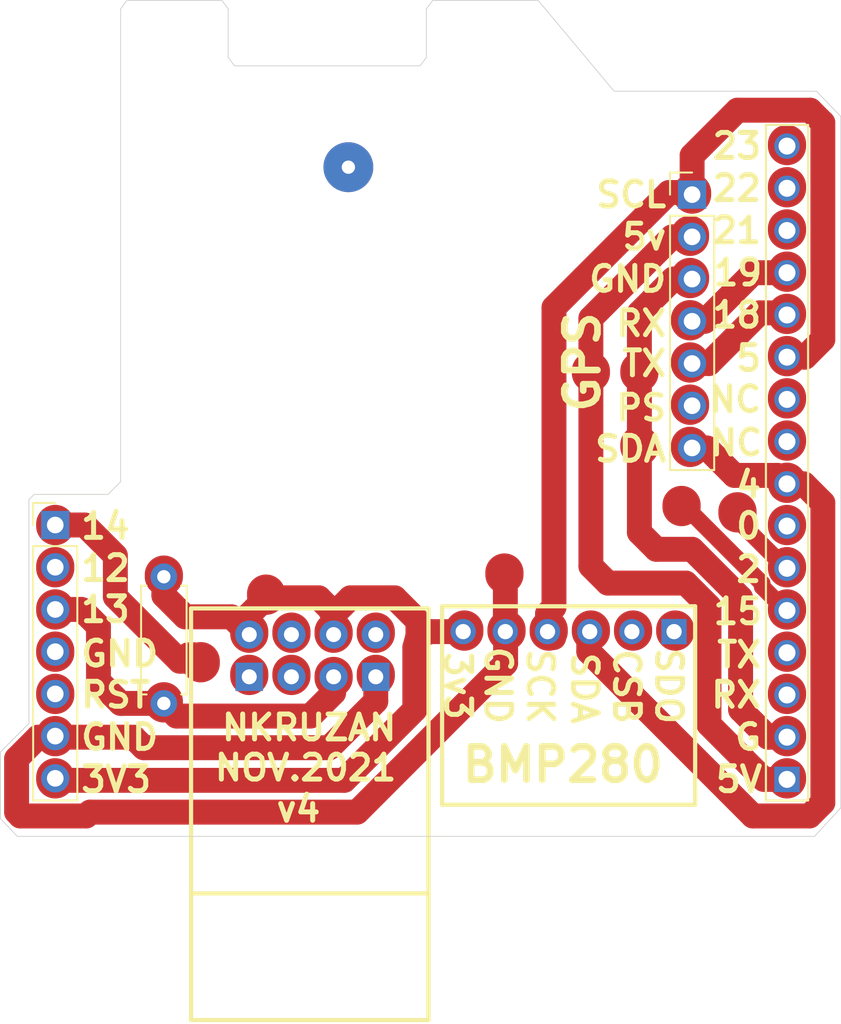
<source format=kicad_pcb>
(kicad_pcb (version 20171130) (host pcbnew 5.1.5+dfsg1-2build2)

  (general
    (thickness 1.6)
    (drawings 70)
    (tracks 167)
    (zones 0)
    (modules 6)
    (nets 1)
  )

  (page A4)
  (layers
    (0 F.Cu signal)
    (31 B.Cu signal)
    (32 B.Adhes user)
    (33 F.Adhes user)
    (34 B.Paste user)
    (35 F.Paste user)
    (36 B.SilkS user)
    (37 F.SilkS user)
    (38 B.Mask user)
    (39 F.Mask user)
    (40 Dwgs.User user)
    (41 Cmts.User user)
    (42 Eco1.User user)
    (43 Eco2.User user)
    (44 Edge.Cuts user)
    (45 Margin user)
    (46 B.CrtYd user)
    (47 F.CrtYd user)
    (48 B.Fab user)
    (49 F.Fab user)
  )

  (setup
    (last_trace_width 0.25)
    (trace_clearance 0.2)
    (zone_clearance 0.508)
    (zone_45_only no)
    (trace_min 0.2)
    (via_size 0.8)
    (via_drill 0.4)
    (via_min_size 0.4)
    (via_min_drill 0.3)
    (uvia_size 0.3)
    (uvia_drill 0.1)
    (uvias_allowed no)
    (uvia_min_size 0.2)
    (uvia_min_drill 0.1)
    (edge_width 0.05)
    (segment_width 0.2)
    (pcb_text_width 0.3)
    (pcb_text_size 1.5 1.5)
    (mod_edge_width 0.12)
    (mod_text_size 1 1)
    (mod_text_width 0.15)
    (pad_size 1.524 1.524)
    (pad_drill 0.762)
    (pad_to_mask_clearance 0.051)
    (solder_mask_min_width 0.25)
    (aux_axis_origin 0 0)
    (visible_elements FFFFFF7F)
    (pcbplotparams
      (layerselection 0x010fc_ffffffff)
      (usegerberextensions false)
      (usegerberattributes false)
      (usegerberadvancedattributes false)
      (creategerberjobfile false)
      (excludeedgelayer true)
      (linewidth 1.000000)
      (plotframeref false)
      (viasonmask false)
      (mode 1)
      (useauxorigin false)
      (hpglpennumber 1)
      (hpglpenspeed 20)
      (hpglpendiameter 15.000000)
      (psnegative false)
      (psa4output false)
      (plotreference true)
      (plotvalue true)
      (plotinvisibletext false)
      (padsonsilk false)
      (subtractmaskfromsilk false)
      (outputformat 1)
      (mirror false)
      (drillshape 1)
      (scaleselection 1)
      (outputdirectory ""))
  )

  (net 0 "")

  (net_class Default "This is the default net class."
    (clearance 0.2)
    (trace_width 0.25)
    (via_dia 0.8)
    (via_drill 0.4)
    (uvia_dia 0.3)
    (uvia_drill 0.1)
  )

  (module Resistor_THT:R_Axial_DIN0207_L6.3mm_D2.5mm_P7.62mm_Horizontal (layer F.Cu) (tedit 5AE5139B) (tstamp 624B79D7)
    (at 29.5275 53.848 270)
    (descr "Resistor, Axial_DIN0207 series, Axial, Horizontal, pin pitch=7.62mm, 0.25W = 1/4W, length*diameter=6.3*2.5mm^2, http://cdn-reichelt.de/documents/datenblatt/B400/1_4W%23YAG.pdf")
    (tags "Resistor Axial_DIN0207 series Axial Horizontal pin pitch 7.62mm 0.25W = 1/4W length 6.3mm diameter 2.5mm")
    (fp_text reference REF** (at 3.81 -2.37 90) (layer F.SilkS) hide
      (effects (font (size 1 1) (thickness 0.15)))
    )
    (fp_text value R_Axial_DIN0207_L6.3mm_D2.5mm_P7.62mm_Horizontal (at 3.81 2.37 90) (layer F.Fab) hide
      (effects (font (size 1 1) (thickness 0.15)))
    )
    (fp_line (start 0.66 -1.25) (end 0.66 1.25) (layer F.Fab) (width 0.1))
    (fp_line (start 0.66 1.25) (end 6.96 1.25) (layer F.Fab) (width 0.1))
    (fp_line (start 6.96 1.25) (end 6.96 -1.25) (layer F.Fab) (width 0.1))
    (fp_line (start 6.96 -1.25) (end 0.66 -1.25) (layer F.Fab) (width 0.1))
    (fp_line (start 0 0) (end 0.66 0) (layer F.Fab) (width 0.1))
    (fp_line (start 7.62 0) (end 6.96 0) (layer F.Fab) (width 0.1))
    (fp_line (start 0.54 -1.04) (end 0.54 -1.37) (layer F.SilkS) (width 0.12))
    (fp_line (start 0.54 -1.37) (end 7.08 -1.37) (layer F.SilkS) (width 0.12))
    (fp_line (start 7.08 -1.37) (end 7.08 -1.04) (layer F.SilkS) (width 0.12))
    (fp_line (start 0.54 1.04) (end 0.54 1.37) (layer F.SilkS) (width 0.12))
    (fp_line (start 0.54 1.37) (end 7.08 1.37) (layer F.SilkS) (width 0.12))
    (fp_line (start 7.08 1.37) (end 7.08 1.04) (layer F.SilkS) (width 0.12))
    (fp_line (start -1.05 -1.5) (end -1.05 1.5) (layer F.CrtYd) (width 0.05))
    (fp_line (start -1.05 1.5) (end 8.67 1.5) (layer F.CrtYd) (width 0.05))
    (fp_line (start 8.67 1.5) (end 8.67 -1.5) (layer F.CrtYd) (width 0.05))
    (fp_line (start 8.67 -1.5) (end -1.05 -1.5) (layer F.CrtYd) (width 0.05))
    (fp_text user %R (at 3.81 0 90) (layer F.Fab) hide
      (effects (font (size 1 1) (thickness 0.15)))
    )
    (pad 1 thru_hole circle (at 0 0 270) (size 1.6 1.6) (drill 0.8) (layers *.Cu *.Mask))
    (pad 2 thru_hole oval (at 7.62 0 270) (size 1.6 1.6) (drill 0.8) (layers *.Cu *.Mask))
    (model ${KISYS3DMOD}/Resistor_THT.3dshapes/R_Axial_DIN0207_L6.3mm_D2.5mm_P7.62mm_Horizontal.wrl
      (at (xyz 0 0 0))
      (scale (xyz 1 1 1))
      (rotate (xyz 0 0 0))
    )
  )

  (module easyeda:BMP280 (layer F.Cu) (tedit 618742C0) (tstamp 624B79C9)
    (at 53.721 61.468 270)
    (fp_text reference U2 (at 0 -8.128 90) (layer B.SilkS) hide
      (effects (font (size 1.143 1.143) (thickness 0.152)) (justify right mirror))
    )
    (fp_text value "lato\ninferiore" (at 3.048 6.167) (layer B.SilkS) hide
      (effects (font (size 1 1) (thickness 0.13)) (justify left mirror))
    )
    (fp_text user gge3186 (at 0 0 270) (layer Cmts.User) hide
      (effects (font (size 1 1) (thickness 0.15)))
    )
    (fp_line (start -5.842 7.437) (end -5.842 -7.803) (layer F.SilkS) (width 0.254))
    (fp_line (start 6.096 7.437) (end -5.842 7.437) (layer F.SilkS) (width 0.254))
    (fp_line (start 6.096 -7.803) (end 6.096 7.437) (layer F.SilkS) (width 0.254))
    (fp_line (start -5.842 -7.803) (end 6.096 -7.803) (layer F.SilkS) (width 0.254))
    (pad 6 thru_hole circle (at -4.318 6.167 270) (size 1.524 1.524) (drill 0.914) (layers *.Cu *.Paste *.Mask))
    (pad 5 thru_hole circle (at -4.318 3.627) (size 1.524 1.524) (drill 0.914) (layers *.Cu *.Paste *.Mask))
    (pad 4 thru_hole circle (at -4.318 1.087) (size 1.524 1.524) (drill 0.914) (layers *.Cu *.Paste *.Mask))
    (pad 3 thru_hole circle (at -4.318 -1.453) (size 1.524 1.524) (drill 0.914) (layers *.Cu *.Paste *.Mask))
    (pad 2 thru_hole circle (at -4.318 -3.993) (size 1.524 1.524) (drill 0.914) (layers *.Cu *.Paste *.Mask))
    (pad 1 thru_hole rect (at -4.318 -6.533) (size 1.524 1.524) (drill 0.914) (layers *.Cu *.Paste *.Mask))
  )

  (module Connector_PinHeader_2.54mm:PinHeader_1x07_P2.54mm_Vertical (layer F.Cu) (tedit 59FED5CC) (tstamp 624B7984)
    (at 61.341 30.861)
    (descr "Through hole straight pin header, 1x07, 2.54mm pitch, single row")
    (tags "Through hole pin header THT 1x07 2.54mm single row")
    (fp_text reference REF** (at 0 -2.33) (layer F.SilkS) hide
      (effects (font (size 1 1) (thickness 0.15)))
    )
    (fp_text value PinHeader_1x07_P2.54mm_Vertical (at 0 17.57) (layer F.Fab) hide
      (effects (font (size 1 1) (thickness 0.15)))
    )
    (fp_line (start -0.635 -1.27) (end 1.27 -1.27) (layer F.Fab) (width 0.1))
    (fp_line (start 1.27 -1.27) (end 1.27 16.51) (layer F.Fab) (width 0.1))
    (fp_line (start 1.27 16.51) (end -1.27 16.51) (layer F.Fab) (width 0.1))
    (fp_line (start -1.27 16.51) (end -1.27 -0.635) (layer F.Fab) (width 0.1))
    (fp_line (start -1.27 -0.635) (end -0.635 -1.27) (layer F.Fab) (width 0.1))
    (fp_line (start -1.33 16.57) (end 1.33 16.57) (layer F.SilkS) (width 0.12))
    (fp_line (start -1.33 1.27) (end -1.33 16.57) (layer F.SilkS) (width 0.12))
    (fp_line (start 1.33 1.27) (end 1.33 16.57) (layer F.SilkS) (width 0.12))
    (fp_line (start -1.33 1.27) (end 1.33 1.27) (layer F.SilkS) (width 0.12))
    (fp_line (start -1.33 0) (end -1.33 -1.33) (layer F.SilkS) (width 0.12))
    (fp_line (start -1.33 -1.33) (end 0 -1.33) (layer F.SilkS) (width 0.12))
    (fp_line (start -1.8 -1.8) (end -1.8 17.05) (layer F.CrtYd) (width 0.05))
    (fp_line (start -1.8 17.05) (end 1.8 17.05) (layer F.CrtYd) (width 0.05))
    (fp_line (start 1.8 17.05) (end 1.8 -1.8) (layer F.CrtYd) (width 0.05))
    (fp_line (start 1.8 -1.8) (end -1.8 -1.8) (layer F.CrtYd) (width 0.05))
    (fp_text user %R (at 0 7.62 90) (layer F.Fab) hide
      (effects (font (size 1 1) (thickness 0.15)))
    )
    (pad 1 thru_hole rect (at 0 0) (size 1.7 1.7) (drill 1) (layers *.Cu *.Mask))
    (pad 2 thru_hole oval (at 0 2.54) (size 1.7 1.7) (drill 1) (layers *.Cu *.Mask))
    (pad 3 thru_hole oval (at 0 5.08) (size 1.7 1.7) (drill 1) (layers *.Cu *.Mask))
    (pad 4 thru_hole oval (at 0 7.62) (size 1.7 1.7) (drill 1) (layers *.Cu *.Mask))
    (pad 5 thru_hole oval (at 0 10.16) (size 1.7 1.7) (drill 1) (layers *.Cu *.Mask))
    (pad 6 thru_hole oval (at 0 12.7) (size 1.7 1.7) (drill 1) (layers *.Cu *.Mask))
    (pad 7 thru_hole oval (at 0 15.24) (size 1.7 1.7) (drill 1) (layers *.Cu *.Mask))
    (model ${KISYS3DMOD}/Connector_PinHeader_2.54mm.3dshapes/PinHeader_1x07_P2.54mm_Vertical.wrl
      (at (xyz 0 0 0))
      (scale (xyz 1 1 1))
      (rotate (xyz 0 0 0))
    )
  )

  (module "easyeda:ESP8266 (ESP01)" (layer F.Cu) (tedit 61874A7D) (tstamp 624B7962)
    (at 45.466 80.518 180)
    (fp_text reference U2 (at 6.985 -0.305) (layer F.SilkS) hide
      (effects (font (size 1.143 1.143) (thickness 0.152)) (justify right))
    )
    (fp_text value "ESP8266 (ESP01)" (at 6.985 -2.083) (layer F.Fab) hide
      (effects (font (size 1.143 1.143) (thickness 0.152)) (justify right))
    )
    (fp_text user gge5851 (at 0 0) (layer Cmts.User) hide
      (effects (font (size 1 1) (thickness 0.15)))
    )
    (fp_line (start 0 7.62) (end 14.3 7.62) (layer F.SilkS) (width 0.254))
    (fp_line (start 14.3 0) (end 0 0) (layer F.SilkS) (width 0.254))
    (fp_line (start 14.3 7.62) (end 14.3 0) (layer F.SilkS) (width 0.254))
    (fp_line (start 14.3 24.765) (end 14.3 7.62) (layer F.SilkS) (width 0.254))
    (fp_line (start 0 24.765) (end 14.3 24.765) (layer F.SilkS) (width 0.254))
    (fp_line (start 0 7.62) (end 0 24.765) (layer F.SilkS) (width 0.254))
    (fp_line (start 0 0) (end 0 7.62) (layer F.SilkS) (width 0.254))
    (pad VCC thru_hole circle (at 10.795 23.19 90) (size 1.7 1.7) (drill 0.9) (layers *.Cu *.Paste *.Mask))
    (pad TX thru_hole circle (at 3.175 23.19 90) (size 1.7 1.7) (drill 0.9) (layers *.Cu *.Paste *.Mask))
    (pad CH_PD thru_hole circle (at 5.715 23.19 90) (size 1.7 1.7) (drill 0.9) (layers *.Cu *.Paste *.Mask))
    (pad RST thru_hole circle (at 8.255 23.19 90) (size 1.7 1.7) (drill 0.9) (layers *.Cu *.Paste *.Mask))
    (pad GPIO0 thru_hole circle (at 8.255 20.65 90) (size 1.7 1.7) (drill 0.9) (layers *.Cu *.Paste *.Mask))
    (pad GPIO2 thru_hole circle (at 5.715 20.65 90) (size 1.7 1.7) (drill 0.9) (layers *.Cu *.Paste *.Mask))
    (pad RX thru_hole rect (at 10.795 20.65 90) (size 1.7 1.651) (drill 0.9) (layers *.Cu *.Paste *.Mask))
    (pad GND thru_hole rect (at 3.175 20.65 90) (size 1.7 1.651) (drill 0.9) (layers *.Cu *.Paste *.Mask))
  )

  (module Connector_PinHeader_2.54mm:PinHeader_1x07_P2.54mm_Vertical (layer F.Cu) (tedit 59FED5CC) (tstamp 624B7919)
    (at 22.987 50.7365)
    (descr "Through hole straight pin header, 1x07, 2.54mm pitch, single row")
    (tags "Through hole pin header THT 1x07 2.54mm single row")
    (fp_text reference REF** (at 0 -2.33) (layer F.SilkS) hide
      (effects (font (size 1 1) (thickness 0.15)))
    )
    (fp_text value PinHeader_1x07_P2.54mm_Vertical (at 0 17.57) (layer F.Fab) hide
      (effects (font (size 1 1) (thickness 0.15)))
    )
    (fp_line (start -0.635 -1.27) (end 1.27 -1.27) (layer F.Fab) (width 0.1))
    (fp_line (start 1.27 -1.27) (end 1.27 16.51) (layer F.Fab) (width 0.1))
    (fp_line (start 1.27 16.51) (end -1.27 16.51) (layer F.Fab) (width 0.1))
    (fp_line (start -1.27 16.51) (end -1.27 -0.635) (layer F.Fab) (width 0.1))
    (fp_line (start -1.27 -0.635) (end -0.635 -1.27) (layer F.Fab) (width 0.1))
    (fp_line (start -1.33 16.57) (end 1.33 16.57) (layer F.SilkS) (width 0.12))
    (fp_line (start -1.33 1.27) (end -1.33 16.57) (layer F.SilkS) (width 0.12))
    (fp_line (start 1.33 1.27) (end 1.33 16.57) (layer F.SilkS) (width 0.12))
    (fp_line (start -1.33 1.27) (end 1.33 1.27) (layer F.SilkS) (width 0.12))
    (fp_line (start -1.33 0) (end -1.33 -1.33) (layer F.SilkS) (width 0.12))
    (fp_line (start -1.33 -1.33) (end 0 -1.33) (layer F.SilkS) (width 0.12))
    (fp_line (start -1.8 -1.8) (end -1.8 17.05) (layer F.CrtYd) (width 0.05))
    (fp_line (start -1.8 17.05) (end 1.8 17.05) (layer F.CrtYd) (width 0.05))
    (fp_line (start 1.8 17.05) (end 1.8 -1.8) (layer F.CrtYd) (width 0.05))
    (fp_line (start 1.8 -1.8) (end -1.8 -1.8) (layer F.CrtYd) (width 0.05))
    (fp_text user %R (at 0 7.62 90) (layer F.Fab) hide
      (effects (font (size 1 1) (thickness 0.15)))
    )
    (pad 1 thru_hole rect (at 0 0) (size 1.7 1.7) (drill 1) (layers *.Cu *.Mask))
    (pad 2 thru_hole oval (at 0 2.54) (size 1.7 1.7) (drill 1) (layers *.Cu *.Mask))
    (pad 3 thru_hole oval (at 0 5.08) (size 1.7 1.7) (drill 1) (layers *.Cu *.Mask))
    (pad 4 thru_hole oval (at 0 7.62) (size 1.7 1.7) (drill 1) (layers *.Cu *.Mask))
    (pad 5 thru_hole oval (at 0 10.16) (size 1.7 1.7) (drill 1) (layers *.Cu *.Mask))
    (pad 6 thru_hole oval (at 0 12.7) (size 1.7 1.7) (drill 1) (layers *.Cu *.Mask))
    (pad 7 thru_hole oval (at 0 15.24) (size 1.7 1.7) (drill 1) (layers *.Cu *.Mask))
    (model ${KISYS3DMOD}/Connector_PinHeader_2.54mm.3dshapes/PinHeader_1x07_P2.54mm_Vertical.wrl
      (at (xyz 0 0 0))
      (scale (xyz 1 1 1))
      (rotate (xyz 0 0 0))
    )
  )

  (module "ESP32 IMU Module V1.1:DIP-1X16-2.54MM" (layer F.Cu) (tedit 0) (tstamp 624B78EC)
    (at 67.056 46.99 90)
    (fp_text reference J2 (at -19.290025 2.78) (layer F.SilkS) hide
      (effects (font (size 0.77216 0.77216) (thickness 0.061772)) (justify left bottom))
    )
    (fp_text value HEADER-1X16P-2.54 (at -20.32 5.08 90) (layer F.Fab) hide
      (effects (font (size 1.2065 1.2065) (thickness 0.09652)) (justify left bottom))
    )
    (fp_line (start 20.32 -1.27) (end -20.32 -1.27) (layer F.SilkS) (width 0.127))
    (fp_line (start 20.32 1.27) (end 20.32 -1.27) (layer F.SilkS) (width 0.127))
    (fp_line (start -20.32 1.27) (end 20.32 1.27) (layer F.SilkS) (width 0.127))
    (fp_line (start -20.32 -1.27) (end -20.32 1.27) (layer F.SilkS) (width 0.127))
    (pad 16 thru_hole circle (at 19.05 0 90) (size 1.53 1.53) (drill 1.02) (layers *.Cu *.Mask)
      (solder_mask_margin 0.1016))
    (pad 15 thru_hole circle (at 16.51 0 90) (size 1.53 1.53) (drill 1.02) (layers *.Cu *.Mask)
      (solder_mask_margin 0.1016))
    (pad 14 thru_hole circle (at 13.97 0 90) (size 1.53 1.53) (drill 1.02) (layers *.Cu *.Mask)
      (solder_mask_margin 0.1016))
    (pad 13 thru_hole circle (at 11.43 0 90) (size 1.53 1.53) (drill 1.02) (layers *.Cu *.Mask)
      (solder_mask_margin 0.1016))
    (pad 12 thru_hole circle (at 8.89 0 90) (size 1.53 1.53) (drill 1.02) (layers *.Cu *.Mask)
      (solder_mask_margin 0.1016))
    (pad 11 thru_hole circle (at 6.35 0 90) (size 1.53 1.53) (drill 1.02) (layers *.Cu *.Mask)
      (solder_mask_margin 0.1016))
    (pad 10 thru_hole circle (at 3.81 0 90) (size 1.53 1.53) (drill 1.02) (layers *.Cu *.Mask)
      (solder_mask_margin 0.1016))
    (pad 9 thru_hole circle (at 1.27 0 90) (size 1.53 1.53) (drill 1.02) (layers *.Cu *.Mask)
      (solder_mask_margin 0.1016))
    (pad 8 thru_hole circle (at -1.27 0 90) (size 1.53 1.53) (drill 1.02) (layers *.Cu *.Mask)
      (solder_mask_margin 0.1016))
    (pad 7 thru_hole circle (at -3.81 0 90) (size 1.53 1.53) (drill 1.02) (layers *.Cu *.Mask)
      (solder_mask_margin 0.1016))
    (pad 6 thru_hole circle (at -6.35 0 90) (size 1.53 1.53) (drill 1.02) (layers *.Cu *.Mask)
      (solder_mask_margin 0.1016))
    (pad 5 thru_hole circle (at -8.89 0 90) (size 1.53 1.53) (drill 1.02) (layers *.Cu *.Mask)
      (solder_mask_margin 0.1016))
    (pad 4 thru_hole circle (at -11.43 0 90) (size 1.53 1.53) (drill 1.02) (layers *.Cu *.Mask)
      (solder_mask_margin 0.1016))
    (pad 3 thru_hole circle (at -13.97 0 90) (size 1.53 1.53) (drill 1.02) (layers *.Cu *.Mask)
      (solder_mask_margin 0.1016))
    (pad 2 thru_hole circle (at -16.51 0 90) (size 1.53 1.53) (drill 1.02) (layers *.Cu *.Mask)
      (solder_mask_margin 0.1016))
    (pad 1 thru_hole rect (at -19.05 0 90) (size 1.53 1.53) (drill 1.02) (layers *.Cu *.Mask)
      (solder_mask_margin 0.1016))
  )

  (gr_line (start 51.689 51.689) (end 30.353 51.689) (layer Dwgs.User) (width 0.15) (tstamp 624B79C7))
  (gr_text 23 (at 65.659 27.94) (layer F.SilkS) (tstamp 624B79C0)
    (effects (font (size 1.5 1.5) (thickness 0.3)) (justify right))
  )
  (gr_text 22 (at 65.659 30.48) (layer F.SilkS) (tstamp 624B79BF)
    (effects (font (size 1.5 1.5) (thickness 0.3)) (justify right))
  )
  (gr_text 21 (at 65.659 33.02) (layer F.SilkS) (tstamp 624B79BE)
    (effects (font (size 1.5 1.5) (thickness 0.3)) (justify right))
  )
  (gr_text 19 (at 65.7225 35.56) (layer F.SilkS) (tstamp 624B79BD)
    (effects (font (size 1.5 1.5) (thickness 0.3)) (justify right))
  )
  (gr_text 18 (at 65.659 38.1) (layer F.SilkS) (tstamp 624B79BC)
    (effects (font (size 1.5 1.5) (thickness 0.3)) (justify right))
  )
  (gr_line (start 33.02 19.177) (end 27.305 19.177) (layer Edge.Cuts) (width 0.05) (tstamp 624B79BA))
  (gr_text 5 (at 65.659 40.7035) (layer F.SilkS) (tstamp 624B79B1)
    (effects (font (size 1.5 1.5) (thickness 0.3)) (justify right))
  )
  (gr_text NC (at 65.659 43.18) (layer F.SilkS) (tstamp 624B79B0)
    (effects (font (size 1.5 1.5) (thickness 0.3)) (justify right))
  )
  (gr_text NC (at 65.7225 45.7835) (layer F.SilkS) (tstamp 624B79AF)
    (effects (font (size 1.5 1.5) (thickness 0.3)) (justify right))
  )
  (gr_text 4 (at 65.659 48.3235) (layer F.SilkS) (tstamp 624B79AE)
    (effects (font (size 1.5 1.5) (thickness 0.3)) (justify right))
  )
  (gr_text 0 (at 65.659 50.8) (layer F.SilkS) (tstamp 624B79AD)
    (effects (font (size 1.5 1.5) (thickness 0.3)) (justify right))
  )
  (gr_text 2 (at 65.659 53.4035) (layer F.SilkS) (tstamp 624B79AC)
    (effects (font (size 1.5 1.5) (thickness 0.3)) (justify right))
  )
  (gr_text 15 (at 65.7225 55.9435) (layer F.SilkS) (tstamp 624B79AB)
    (effects (font (size 1.5 1.5) (thickness 0.3)) (justify right))
  )
  (gr_line (start 45.72 19.177) (end 45.339 19.685) (layer Edge.Cuts) (width 0.05) (tstamp 624B79A8))
  (gr_line (start 45.339 19.685) (end 45.339 22.606) (layer Edge.Cuts) (width 0.05) (tstamp 624B79A7))
  (gr_line (start 45.339 22.606) (end 44.958 23.114) (layer Edge.Cuts) (width 0.05) (tstamp 624B79A6))
  (gr_line (start 33.401 19.685) (end 33.401 22.606) (layer Edge.Cuts) (width 0.05) (tstamp 624B79A5))
  (gr_text RST (at 24.384 60.96) (layer F.SilkS) (tstamp 624B797B)
    (effects (font (size 1.5 1.5) (thickness 0.3)) (justify left))
  )
  (gr_text GND (at 24.384 63.5) (layer F.SilkS) (tstamp 624B797A)
    (effects (font (size 1.5 1.5) (thickness 0.3)) (justify left))
  )
  (gr_line (start 21.3995 62.6745) (end 21.3995 49.2125) (layer Edge.Cuts) (width 0.05) (tstamp 624B7978))
  (gr_line (start 19.685 64.389) (end 21.3995 62.6745) (layer Edge.Cuts) (width 0.05) (tstamp 624B7977))
  (gr_line (start 68.707 69.469) (end 20.701 69.469) (layer Edge.Cuts) (width 0.05) (tstamp 624B7976))
  (gr_line (start 19.685 68.3895) (end 19.685 64.389) (layer Edge.Cuts) (width 0.05) (tstamp 624B7975))
  (gr_line (start 33.782 23.114) (end 33.401 22.606) (layer Edge.Cuts) (width 0.05) (tstamp 624B7961))
  (gr_line (start 33.401 19.685) (end 33.02 19.177) (layer Edge.Cuts) (width 0.05) (tstamp 624B7960))
  (gr_text TX (at 65.659 58.547) (layer F.SilkS) (tstamp 624B7959)
    (effects (font (size 1.5 1.5) (thickness 0.3)) (justify right))
  )
  (gr_text RX (at 65.659 60.96) (layer F.SilkS) (tstamp 624B7958)
    (effects (font (size 1.5 1.5) (thickness 0.3)) (justify right))
  )
  (gr_text G (at 65.659 63.5) (layer F.SilkS) (tstamp 624B7957)
    (effects (font (size 1.5 1.5) (thickness 0.3)) (justify right))
  )
  (gr_text 5V (at 65.7225 66.04) (layer F.SilkS) (tstamp 624B7956)
    (effects (font (size 1.5 1.5) (thickness 0.3)) (justify right))
  )
  (gr_text 14 (at 24.384 50.8) (layer F.SilkS) (tstamp 624B7955)
    (effects (font (size 1.5 1.5) (thickness 0.3)) (justify left))
  )
  (gr_text 12 (at 24.384 53.34) (layer F.SilkS) (tstamp 624B7954)
    (effects (font (size 1.5 1.5) (thickness 0.3)) (justify left))
  )
  (gr_text 13 (at 24.384 55.8165) (layer F.SilkS) (tstamp 624B7953)
    (effects (font (size 1.5 1.5) (thickness 0.3)) (justify left))
  )
  (gr_line (start 26.924 48.133) (end 26.162 48.895) (layer Edge.Cuts) (width 0.05) (tstamp 624B794C))
  (gr_line (start 52.07 19.177) (end 45.72 19.177) (layer Edge.Cuts) (width 0.05) (tstamp 624B794B))
  (gr_line (start 56.642 24.638) (end 52.07 19.177) (layer Edge.Cuts) (width 0.05) (tstamp 624B794A))
  (gr_line (start 51.689 19.558) (end 51.689 51.689) (layer Dwgs.User) (width 0.15) (tstamp 624B7949))
  (gr_text GPS (at 54.737 37.719 90) (layer F.SilkS) (tstamp 624B7948)
    (effects (font (size 2 2) (thickness 0.4)) (justify right))
  )
  (gr_line (start 21.717 48.895) (end 26.162 48.895) (layer Edge.Cuts) (width 0.05) (tstamp 624B7947))
  (gr_line (start 21.3995 49.2125) (end 21.717 48.895) (layer Edge.Cuts) (width 0.05) (tstamp 624B7946))
  (gr_text PS (at 59.944 43.688) (layer F.SilkS) (tstamp 624B7945)
    (effects (font (size 1.5 1.5) (thickness 0.3)) (justify right))
  )
  (gr_line (start 70.2945 49.0855) (end 70.2945 26.162) (layer Edge.Cuts) (width 0.05) (tstamp 624B7944))
  (gr_text GND (at 24.384 58.4835) (layer F.SilkS) (tstamp 624B7941)
    (effects (font (size 1.5 1.5) (thickness 0.3)) (justify left))
  )
  (gr_text 3V3 (at 24.384 66.04) (layer F.SilkS) (tstamp 624B7940)
    (effects (font (size 1.5 1.5) (thickness 0.3)) (justify left))
  )
  (gr_line (start 44.958 23.114) (end 33.782 23.114) (layer Edge.Cuts) (width 0.05) (tstamp 624B7914))
  (gr_line (start 26.924 19.685) (end 26.924 48.133) (layer Edge.Cuts) (width 0.05) (tstamp 624B7913))
  (gr_line (start 27.305 19.558) (end 51.689 19.558) (layer Dwgs.User) (width 0.15) (tstamp 624B7912))
  (gr_line (start 27.305 48.641) (end 27.305 19.558) (layer Dwgs.User) (width 0.15) (tstamp 624B7911))
  (gr_line (start 30.353 51.689) (end 27.305 48.641) (layer Dwgs.User) (width 0.15) (tstamp 624B7910))
  (gr_line (start 70.2945 26.162) (end 68.834 24.638) (layer Edge.Cuts) (width 0.05) (tstamp 624B790F))
  (gr_line (start 68.834 24.638) (end 56.642 24.638) (layer Edge.Cuts) (width 0.05) (tstamp 624B790E))
  (gr_text v4 (at 39.116 67.818) (layer F.SilkS) (tstamp 624B790D)
    (effects (font (size 1.5 1.5) (thickness 0.3)) (justify right))
  )
  (gr_text "NKRUZAN\nNOV.2021" (at 43.688 64.135) (layer F.SilkS) (tstamp 624B790C)
    (effects (font (size 1.5 1.5) (thickness 0.3)) (justify right))
  )
  (gr_line (start 27.305 19.177) (end 26.924 19.685) (layer Edge.Cuts) (width 0.05) (tstamp 624B790B))
  (gr_text BMP280 (at 59.817 65.151) (layer F.SilkS) (tstamp 624B78A8)
    (effects (font (size 2 2) (thickness 0.4)) (justify right))
  )
  (gr_text SDA (at 54.864 62.865 -90) (layer F.SilkS) (tstamp 624B78A7)
    (effects (font (size 1.5 1.5) (thickness 0.3)) (justify right))
  )
  (gr_text CSB (at 57.404 62.865 -90) (layer F.SilkS) (tstamp 624B78A6)
    (effects (font (size 1.5 1.5) (thickness 0.3)) (justify right))
  )
  (gr_text 5v (at 59.944 33.401) (layer F.SilkS) (tstamp 624B78A5)
    (effects (font (size 1.5 1.5) (thickness 0.3)) (justify right))
  )
  (gr_text GND (at 59.944 35.941) (layer F.SilkS) (tstamp 624B78A4)
    (effects (font (size 1.5 1.5) (thickness 0.3)) (justify right))
  )
  (gr_text RX (at 59.944 38.608) (layer F.SilkS) (tstamp 624B78A3)
    (effects (font (size 1.5 1.5) (thickness 0.3)) (justify right))
  )
  (gr_text TX (at 59.944 41.021) (layer F.SilkS) (tstamp 624B78A2)
    (effects (font (size 1.5 1.5) (thickness 0.3)) (justify right))
  )
  (gr_text SCL (at 59.944 30.861) (layer F.SilkS) (tstamp 624B789F)
    (effects (font (size 1.5 1.5) (thickness 0.3)) (justify right))
  )
  (gr_text SDA (at 59.944 46.1645) (layer F.SilkS) (tstamp 624B789E)
    (effects (font (size 1.5 1.5) (thickness 0.3)) (justify right))
  )
  (gr_line (start 70.2945 67.7545) (end 68.707 69.469) (layer Edge.Cuts) (width 0.05) (tstamp 624B789D))
  (gr_line (start 20.701 69.469) (end 19.685 68.3895) (layer Edge.Cuts) (width 0.05) (tstamp 624B789C))
  (gr_line (start 70.2945 49.0855) (end 70.2945 67.7545) (layer Edge.Cuts) (width 0.05) (tstamp 624B789B))
  (gr_text SDO (at 59.944 62.865 -90) (layer F.SilkS) (tstamp 624B7898)
    (effects (font (size 1.5 1.5) (thickness 0.3)) (justify right))
  )
  (gr_text 3v3 (at 47.244 62.611 -90) (layer F.SilkS) (tstamp 624B7897)
    (effects (font (size 1.5 1.5) (thickness 0.3)) (justify right))
  )
  (gr_text GND (at 49.657 62.865 -90) (layer F.SilkS) (tstamp 624B7896)
    (effects (font (size 1.5 1.5) (thickness 0.3)) (justify right))
  )
  (gr_text SCK (at 52.197 62.865 -90) (layer F.SilkS) (tstamp 624B7895)
    (effects (font (size 1.5 1.5) (thickness 0.3)) (justify right))
  )

  (segment (start 44.831 56.515) (end 44.831 57.404) (width 1.5) (layer F.Cu) (net 0) (tstamp 624B7882))
  (segment (start 38.862 55.118) (end 39.624 55.88) (width 1.5) (layer F.Cu) (net 0) (tstamp 624B7883))
  (segment (start 39.751 57.15) (end 39.751 57.277) (width 2.3) (layer F.Cu) (net 0) (tstamp 624B7884))
  (segment (start 39.751 56.125919) (end 40.758919 55.118) (width 1.5) (layer F.Cu) (net 0) (tstamp 624B7885))
  (segment (start 53.0225 55.68387) (end 53.0225 37.6555) (width 1.5) (layer F.Cu) (net 0) (tstamp 624B7886))
  (segment (start 27.686 63.5) (end 28.321 64.135) (width 1.5) (layer F.Cu) (net 0) (tstamp 624B7887))
  (segment (start 39.497 64.135) (end 42.291 61.341) (width 1.5) (layer F.Cu) (net 0) (tstamp 624B7888))
  (segment (start 28.321 64.135) (end 39.497 64.135) (width 1.5) (layer F.Cu) (net 0) (tstamp 624B7889))
  (segment (start 43.434 55.118) (end 44.831 56.515) (width 1.5) (layer F.Cu) (net 0) (tstamp 624B788A))
  (segment (start 40.758919 55.118) (end 43.434 55.118) (width 1.5) (layer F.Cu) (net 0) (tstamp 624B788B))
  (segment (start 47.569 57.15) (end 45.593 57.15) (width 1.5) (layer F.Cu) (net 0) (tstamp 624B788C))
  (segment (start 45.593 57.15) (end 44.831 57.404) (width 1.5) (layer F.Cu) (net 0) (tstamp 624B788D))
  (segment (start 61.214 46.101) (end 62.23 46.101) (width 1.5) (layer F.Cu) (net 0) (tstamp 624B788E))
  (segment (start 67.056 58.293) (end 67.056 58.42) (width 2.3) (layer F.Cu) (net 0) (tstamp 624B788F))
  (segment (start 56.261 54.229) (end 60.96 54.229) (width 1.5) (layer F.Cu) (net 0) (tstamp 624B7890))
  (segment (start 67.056 32.893) (end 67.056 33.02) (width 2.3) (layer F.Cu) (net 0) (tstamp 624B7891))
  (segment (start 67.056 30.353) (end 67.056 30.48) (width 2.3) (layer F.Cu) (net 0) (tstamp 624B7892))
  (via (at 40.64 29.21) (size 3) (drill 0.8) (layers F.Cu B.Cu) (net 0) (tstamp 624B7893))
  (segment (start 67.056 55.753) (end 67.056 55.88) (width 2.3) (layer F.Cu) (net 0) (tstamp 624B7894))
  (segment (start 68.137873 40.64) (end 69.215 39.562873) (width 1.5) (layer F.Cu) (net 0) (tstamp 624B7899))
  (segment (start 69.215 26.543) (end 68.453 25.781) (width 1.5) (layer F.Cu) (net 0) (tstamp 624B789A))
  (segment (start 67.056 43.053) (end 67.056 43.18) (width 2.3) (layer F.Cu) (net 0) (tstamp 624B78A0))
  (segment (start 61.214 38.354) (end 61.214 38.481) (width 2.3) (layer F.Cu) (net 0) (tstamp 624B78A1))
  (segment (start 59.182 52.197) (end 61.341 52.197) (width 1.5) (layer F.Cu) (net 0) (tstamp 624B78A9))
  (segment (start 64.262 61.849) (end 65.913 63.5) (width 1.5) (layer F.Cu) (net 0) (tstamp 624B78AA))
  (segment (start 67.056 40.513) (end 67.056 40.64) (width 2.3) (layer F.Cu) (net 0) (tstamp 624B78AB))
  (segment (start 62.357 41.021) (end 65.405 37.973) (width 1.5) (layer F.Cu) (net 0) (tstamp 624B78AC))
  (segment (start 61.341 41.021) (end 62.357 41.021) (width 1.5) (layer F.Cu) (net 0) (tstamp 624B78AD))
  (segment (start 57.785 57.023) (end 57.785 57.15) (width 2.3) (layer F.Cu) (net 0) (tstamp 624B78AE))
  (segment (start 65.913 63.5) (end 66.987 63.5) (width 1.5) (layer F.Cu) (net 0) (tstamp 624B78AF))
  (segment (start 64.262 55.118) (end 64.262 61.849) (width 1.5) (layer F.Cu) (net 0) (tstamp 624B78B0))
  (segment (start 42.291 59.69) (end 42.291 59.817) (width 2.3) (layer F.Cu) (net 0) (tstamp 624B78B1))
  (segment (start 61.214 40.894) (end 61.214 41.021) (width 2.3) (layer F.Cu) (net 0) (tstamp 624B78B2))
  (segment (start 29.5275 61.468) (end 30.2895 62.23) (width 1.5) (layer F.Cu) (net 0) (tstamp 624B78B3))
  (segment (start 26.924 61.468) (end 29.5275 61.468) (width 1.5) (layer F.Cu) (net 0) (tstamp 624B78B4))
  (segment (start 25.5905 60.1345) (end 26.924 61.468) (width 1.5) (layer F.Cu) (net 0) (tstamp 624B78B5))
  (segment (start 67.056 50.673) (end 67.056 50.8) (width 2.3) (layer F.Cu) (net 0) (tstamp 624B78B6))
  (segment (start 61.341 52.197) (end 64.262 55.118) (width 1.5) (layer F.Cu) (net 0) (tstamp 624B78B7))
  (segment (start 58.166 37.973) (end 58.166 51.181) (width 1.5) (layer F.Cu) (net 0) (tstamp 624B78B8))
  (segment (start 60.198 35.941) (end 58.166 37.973) (width 1.5) (layer F.Cu) (net 0) (tstamp 624B78B9))
  (segment (start 61.214 43.434) (end 61.214 43.561) (width 2.3) (layer F.Cu) (net 0) (tstamp 624B78BA))
  (segment (start 26.6065 55.0545) (end 30.48 58.928) (width 1.5) (layer F.Cu) (net 0) (tstamp 624B78BB))
  (segment (start 26.6065 52.578) (end 26.6065 55.0545) (width 1.5) (layer F.Cu) (net 0) (tstamp 624B78BC))
  (segment (start 24.765 50.7365) (end 26.6065 52.578) (width 1.5) (layer F.Cu) (net 0) (tstamp 624B78BD))
  (segment (start 30.80913 56.261) (end 33.604 56.261) (width 1.5) (layer F.Cu) (net 0) (tstamp 624B78BE))
  (segment (start 29.5275 54.97937) (end 30.80913 56.261) (width 1.5) (layer F.Cu) (net 0) (tstamp 624B78BF))
  (segment (start 29.5275 53.848) (end 29.5275 54.97937) (width 1.5) (layer F.Cu) (net 0) (tstamp 624B78C0))
  (segment (start 39.751 60.833) (end 39.751 59.868) (width 1.5) (layer F.Cu) (net 0) (tstamp 624B78C1))
  (segment (start 59.944 30.734) (end 61.341 30.734) (width 1.5) (layer F.Cu) (net 0) (tstamp 624B78C2))
  (segment (start 53.0225 37.6555) (end 59.944 30.734) (width 1.5) (layer F.Cu) (net 0) (tstamp 624B78C3))
  (segment (start 39.624 55.88) (end 39.624 55.998919) (width 1.5) (layer F.Cu) (net 0) (tstamp 624B78C4))
  (segment (start 68.41201 68.23999) (end 65.00149 68.23999) (width 1.5) (layer F.Cu) (net 0) (tstamp 624B78C5))
  (segment (start 69.215 67.437) (end 68.41201 68.23999) (width 1.5) (layer F.Cu) (net 0) (tstamp 624B78C6))
  (segment (start 69.215 49.406127) (end 69.215 67.437) (width 1.5) (layer F.Cu) (net 0) (tstamp 624B78C7))
  (segment (start 34.671 59.69) (end 34.671 59.817) (width 2.3) (layer F.Cu) (net 0) (tstamp 624B78C8))
  (segment (start 58.166 51.181) (end 59.182 52.197) (width 1.5) (layer F.Cu) (net 0) (tstamp 624B78C9))
  (segment (start 63.881 47.752) (end 66.479 47.752) (width 1.5) (layer F.Cu) (net 0) (tstamp 624B78CA))
  (segment (start 62.23 46.101) (end 63.881 47.752) (width 1.5) (layer F.Cu) (net 0) (tstamp 624B78CB))
  (segment (start 35.678919 55.118) (end 38.862 55.118) (width 1.5) (layer F.Cu) (net 0) (tstamp 624B78CC))
  (segment (start 47.625 57.094) (end 47.569 57.15) (width 1.5) (layer F.Cu) (net 0) (tstamp 624B78CD))
  (segment (start 66.987 55.88) (end 65.561 54.454) (width 1) (layer F.Cu) (net 0) (tstamp 624B78CE))
  (segment (start 58.166 41.4655) (end 58.166 41.5925) (width 2.3) (layer F.Cu) (net 0) (tstamp 624B78CF))
  (segment (start 44.6405 61.849) (end 40.3935 66.096) (width 1.5) (layer F.Cu) (net 0) (tstamp 624B78D0))
  (segment (start 61.341 30.734) (end 61.341 30.861) (width 2.3) (layer F.Cu) (net 0) (tstamp 624B78D1))
  (segment (start 62.357 62.738) (end 65.659 66.04) (width 1.5) (layer F.Cu) (net 0) (tstamp 624B78D2))
  (segment (start 22.987 60.833) (end 22.987 60.96) (width 2.3) (layer F.Cu) (net 0) (tstamp 624B78D3))
  (segment (start 34.671 56.125919) (end 35.678919 55.118) (width 1.5) (layer F.Cu) (net 0) (tstamp 624B78D4))
  (segment (start 61.214 33.274) (end 61.214 33.401) (width 2.3) (layer F.Cu) (net 0) (tstamp 624B78D5))
  (segment (start 61.214 45.974) (end 61.214 46.101) (width 2.3) (layer F.Cu) (net 0) (tstamp 624B78D6))
  (segment (start 22.987 63.5) (end 27.686 63.5) (width 1.5) (layer F.Cu) (net 0) (tstamp 624B78D7))
  (segment (start 22.987 63.373) (end 22.987 63.5) (width 2.3) (layer F.Cu) (net 0) (tstamp 624B78D8))
  (segment (start 22.987 50.7365) (end 23.241 50.4825) (width 1) (layer F.Cu) (net 0) (tstamp 624B78D9))
  (segment (start 40.3935 66.096) (end 23.043 66.096) (width 1.5) (layer F.Cu) (net 0) (tstamp 624B78DA))
  (segment (start 44.831 57.404) (end 44.6405 58.1025) (width 1.5) (layer F.Cu) (net 0) (tstamp 624B78DB))
  (segment (start 34.671 57.328) (end 34.671 56.125919) (width 1.5) (layer F.Cu) (net 0) (tstamp 624B78DC))
  (segment (start 39.751 56.125919) (end 39.751 57.328) (width 1.5) (layer F.Cu) (net 0) (tstamp 624B78DD))
  (segment (start 60.706 49.403) (end 60.706 49.3395) (width 1) (layer F.Cu) (net 0) (tstamp 624B78DE))
  (segment (start 65.561 54.258) (end 60.706 49.403) (width 1) (layer F.Cu) (net 0) (tstamp 624B78DF))
  (segment (start 31.75 58.928) (end 31.75 59.055) (width 2.3) (layer F.Cu) (net 0) (tstamp 624B78E0))
  (segment (start 35.687 54.864) (end 35.687 54.991) (width 2.3) (layer F.Cu) (net 0) (tstamp 624B78E1))
  (segment (start 60.706 49.53) (end 60.706 49.657) (width 2.3) (layer F.Cu) (net 0) (tstamp 624B78E2))
  (segment (start 66.987 53.34) (end 63.627 49.98) (width 1) (layer F.Cu) (net 0) (tstamp 624B78E3))
  (segment (start 39.624 55.998919) (end 39.751 56.125919) (width 1.5) (layer F.Cu) (net 0) (tstamp 624B78E4))
  (segment (start 47.625 57.023) (end 47.625 57.15) (width 2.3) (layer F.Cu) (net 0) (tstamp 624B78E5))
  (segment (start 22.987 50.673) (end 22.987 50.8) (width 2.3) (layer F.Cu) (net 0) (tstamp 624B78E6))
  (segment (start 22.987 53.213) (end 22.987 53.34) (width 2.3) (layer F.Cu) (net 0) (tstamp 624B78E7))
  (segment (start 20.883216 68.23999) (end 24.85101 68.23999) (width 1.5) (layer F.Cu) (net 0) (tstamp 624B78E8))
  (segment (start 20.66001 68.002833) (end 20.883216 68.23999) (width 1.5) (layer F.Cu) (net 0) (tstamp 624B78E9))
  (segment (start 25.0825 68.0085) (end 41.166128 68.0085) (width 1.5) (layer F.Cu) (net 0) (tstamp 624B78EA))
  (segment (start 67.056 37.973) (end 67.056 38.1) (width 2.3) (layer F.Cu) (net 0) (tstamp 624B78EB))
  (segment (start 52.705 57.023) (end 52.705 57.15) (width 2.3) (layer F.Cu) (net 0) (tstamp 624B7903))
  (segment (start 65.561 54.454) (end 65.561 54.258) (width 1) (layer F.Cu) (net 0) (tstamp 624B7904))
  (segment (start 42.291 57.15) (end 42.291 57.277) (width 2.3) (layer F.Cu) (net 0) (tstamp 624B7905))
  (segment (start 37.211 59.69) (end 37.211 59.817) (width 2.3) (layer F.Cu) (net 0) (tstamp 624B7906))
  (segment (start 55.245 57.023) (end 55.245 57.15) (width 2.3) (layer F.Cu) (net 0) (tstamp 624B7907))
  (segment (start 61.341 33.401) (end 60.138919 33.401) (width 1.5) (layer F.Cu) (net 0) (tstamp 624B7908))
  (segment (start 55.245 38.294919) (end 55.245 53.213) (width 1.5) (layer F.Cu) (net 0) (tstamp 624B7909))
  (segment (start 60.138919 33.401) (end 55.245 38.294919) (width 1.5) (layer F.Cu) (net 0) (tstamp 624B790A))
  (segment (start 24.85101 68.23999) (end 25.0825 68.0085) (width 1.5) (layer F.Cu) (net 0) (tstamp 624B7915))
  (segment (start 20.66001 64.792862) (end 20.66001 68.002833) (width 1.5) (layer F.Cu) (net 0) (tstamp 624B7916))
  (segment (start 61.214 35.814) (end 61.214 35.941) (width 2.3) (layer F.Cu) (net 0) (tstamp 624B7917))
  (segment (start 34.671 57.328) (end 33.604 56.261) (width 1.5) (layer F.Cu) (net 0) (tstamp 624B7918))
  (segment (start 67.056 63.373) (end 67.056 63.5) (width 2.3) (layer F.Cu) (net 0) (tstamp 624B7933))
  (segment (start 50.109 59.065628) (end 50.109 57.15) (width 1.5) (layer F.Cu) (net 0) (tstamp 624B7934))
  (segment (start 41.166128 68.0085) (end 50.109 59.065628) (width 1.5) (layer F.Cu) (net 0) (tstamp 624B7935))
  (segment (start 67.056 45.593) (end 67.056 45.72) (width 2.3) (layer F.Cu) (net 0) (tstamp 624B7936))
  (segment (start 21.952872 63.5) (end 20.66001 64.792862) (width 1.5) (layer F.Cu) (net 0) (tstamp 624B7937))
  (segment (start 22.987 63.5) (end 21.952872 63.5) (width 1.5) (layer F.Cu) (net 0) (tstamp 624B7938))
  (segment (start 65.00149 68.23999) (end 55.118 58.3565) (width 1.5) (layer F.Cu) (net 0) (tstamp 624B7939))
  (segment (start 55.245 53.213) (end 56.261 54.229) (width 1.5) (layer F.Cu) (net 0) (tstamp 624B793A))
  (segment (start 65.659 66.04) (end 66.987 66.04) (width 1.5) (layer F.Cu) (net 0) (tstamp 624B793B))
  (segment (start 22.987 55.8165) (end 24.5745 55.8165) (width 1.5) (layer F.Cu) (net 0) (tstamp 624B793C))
  (segment (start 31.369 58.547) (end 30.988 58.547) (width 1.5) (layer F.Cu) (net 0) (tstamp 624B793D))
  (segment (start 31.75 58.928) (end 31.369 58.547) (width 1.5) (layer F.Cu) (net 0) (tstamp 624B793E))
  (segment (start 67.056 27.813) (end 67.056 27.94) (width 2.3) (layer F.Cu) (net 0) (tstamp 624B793F))
  (segment (start 61.341 28.511) (end 61.341 30.861) (width 1.5) (layer F.Cu) (net 0) (tstamp 624B7942))
  (segment (start 64.071 25.781) (end 61.341 28.511) (width 1.5) (layer F.Cu) (net 0) (tstamp 624B7943))
  (segment (start 67.056 48.133) (end 67.056 48.26) (width 2.3) (layer F.Cu) (net 0) (tstamp 624B794D))
  (segment (start 50.038 53.594) (end 50.038 53.721) (width 2.3) (layer F.Cu) (net 0) (tstamp 624B794E))
  (segment (start 50.094 53.65) (end 50.038 53.594) (width 1.5) (layer F.Cu) (net 0) (tstamp 624B794F))
  (segment (start 60.325 57.023) (end 60.325 57.15) (width 2.3) (layer F.Cu) (net 0) (tstamp 624B7950))
  (segment (start 55.118 58.3565) (end 55.118 57.221) (width 1.5) (layer F.Cu) (net 0) (tstamp 624B7951))
  (segment (start 68.068873 48.26) (end 69.215 49.406127) (width 1.5) (layer F.Cu) (net 0) (tstamp 624B7952))
  (segment (start 66.987 48.26) (end 68.068873 48.26) (width 1.5) (layer F.Cu) (net 0) (tstamp 624B795A))
  (segment (start 62.357 55.626) (end 62.357 62.738) (width 1.5) (layer F.Cu) (net 0) (tstamp 624B795B))
  (segment (start 60.96 54.229) (end 62.357 55.626) (width 1.5) (layer F.Cu) (net 0) (tstamp 624B795C))
  (segment (start 65.024 35.56) (end 67.056 35.56) (width 1.5) (layer F.Cu) (net 0) (tstamp 624B795D))
  (segment (start 62.103 38.481) (end 65.024 35.56) (width 1.5) (layer F.Cu) (net 0) (tstamp 624B795E))
  (segment (start 37.211 57.15) (end 37.211 57.277) (width 2.3) (layer F.Cu) (net 0) (tstamp 624B795F))
  (segment (start 42.291 61.341) (end 42.291 59.868) (width 1.5) (layer F.Cu) (net 0) (tstamp 624B7979))
  (segment (start 44.6405 58.1025) (end 44.6405 61.849) (width 1.5) (layer F.Cu) (net 0) (tstamp 624B797C))
  (segment (start 67.056 60.833) (end 67.056 60.96) (width 2.3) (layer F.Cu) (net 0) (tstamp 624B797D))
  (segment (start 61.341 38.481) (end 62.103 38.481) (width 1.5) (layer F.Cu) (net 0) (tstamp 624B797E))
  (segment (start 65.405 37.973) (end 67.056 37.973) (width 1.5) (layer F.Cu) (net 0) (tstamp 624B797F))
  (segment (start 68.453 25.781) (end 64.071 25.781) (width 1.5) (layer F.Cu) (net 0) (tstamp 624B7980))
  (segment (start 67.056 35.56) (end 66.802 35.56) (width 1.5) (layer F.Cu) (net 0) (tstamp 624B7981))
  (segment (start 38.354 62.23) (end 39.751 60.833) (width 1.5) (layer F.Cu) (net 0) (tstamp 624B7982))
  (segment (start 30.2895 62.23) (end 38.354 62.23) (width 1.5) (layer F.Cu) (net 0) (tstamp 624B7983))
  (segment (start 50.094 57.15) (end 50.094 53.65) (width 1.5) (layer F.Cu) (net 0) (tstamp 624B799E))
  (segment (start 29.5275 53.721) (end 29.5275 53.848) (width 2.3) (layer F.Cu) (net 0) (tstamp 624B799F))
  (segment (start 29.5275 61.341) (end 29.5275 61.468) (width 2.3) (layer F.Cu) (net 0) (tstamp 624B79A0))
  (segment (start 50.109 57.15) (end 50.165 57.094) (width 1.5) (layer F.Cu) (net 0) (tstamp 624B79A1))
  (segment (start 22.987 58.293) (end 22.987 58.42) (width 2.3) (layer F.Cu) (net 0) (tstamp 624B79A2))
  (segment (start 67.056 40.64) (end 68.137873 40.64) (width 1.5) (layer F.Cu) (net 0) (tstamp 624B79A3))
  (segment (start 69.215 39.562873) (end 69.215 26.543) (width 1.5) (layer F.Cu) (net 0) (tstamp 624B79A4))
  (segment (start 30.48 58.928) (end 31.75 58.928) (width 1.5) (layer F.Cu) (net 0) (tstamp 624B79A9))
  (segment (start 67.056 35.433) (end 67.056 35.56) (width 2.3) (layer F.Cu) (net 0) (tstamp 624B79AA))
  (segment (start 66.987 48.26) (end 66.873 48.26) (width 1.5) (layer F.Cu) (net 0) (tstamp 624B79B2))
  (segment (start 39.751 59.817) (end 39.751 59.944) (width 2.3) (layer F.Cu) (net 0) (tstamp 624B79B3))
  (segment (start 34.671 57.15) (end 34.671 57.277) (width 2.3) (layer F.Cu) (net 0) (tstamp 624B79B4))
  (segment (start 22.987 65.913) (end 22.987 66.04) (width 2.3) (layer F.Cu) (net 0) (tstamp 624B79B5))
  (segment (start 23.043 66.096) (end 22.987 66.04) (width 1.5) (layer F.Cu) (net 0) (tstamp 624B79B6))
  (segment (start 64.0715 49.911) (end 64.0715 50.038) (width 2.3) (layer F.Cu) (net 0) (tstamp 624B79B7))
  (segment (start 55.245 41.4655) (end 55.245 41.5925) (width 2.3) (layer F.Cu) (net 0) (tstamp 624B79B8))
  (segment (start 66.479 47.752) (end 66.987 48.26) (width 1.5) (layer F.Cu) (net 0) (tstamp 624B79B9))
  (segment (start 22.987 50.7365) (end 24.765 50.7365) (width 1.5) (layer F.Cu) (net 0) (tstamp 624B79BB))
  (segment (start 22.987 55.753) (end 22.987 55.88) (width 2.3) (layer F.Cu) (net 0) (tstamp 624B79C1))
  (segment (start 67.056 53.213) (end 67.056 53.34) (width 2.3) (layer F.Cu) (net 0) (tstamp 624B79C2))
  (segment (start 25.5905 56.8325) (end 25.5905 60.1345) (width 1.5) (layer F.Cu) (net 0) (tstamp 624B79C3))
  (segment (start 24.5745 55.8165) (end 25.5905 56.8325) (width 1.5) (layer F.Cu) (net 0) (tstamp 624B79C4))
  (segment (start 58.166 45.9105) (end 58.166 46.0375) (width 2.3) (layer F.Cu) (net 0) (tstamp 624B79C5))
  (segment (start 52.578 57.079) (end 53.00749 57.50849) (width 1.5) (layer F.Cu) (net 0) (tstamp 624B79C6))
  (segment (start 61.341 35.941) (end 60.198 35.941) (width 1.5) (layer F.Cu) (net 0) (tstamp 624B79C8))
  (segment (start 50.165 57.023) (end 50.165 57.15) (width 2.3) (layer F.Cu) (net 0) (tstamp 624B79ED))
  (segment (start 67.056 65.913) (end 67.056 66.04) (width 2.3) (layer F.Cu) (net 0) (tstamp 624B79EE))
  (segment (start 52.634 56.07237) (end 53.0225 55.68387) (width 1.5) (layer F.Cu) (net 0) (tstamp 624B79EF))
  (segment (start 52.634 57.15) (end 52.634 56.07237) (width 1.5) (layer F.Cu) (net 0) (tstamp 624B79F0))

)

</source>
